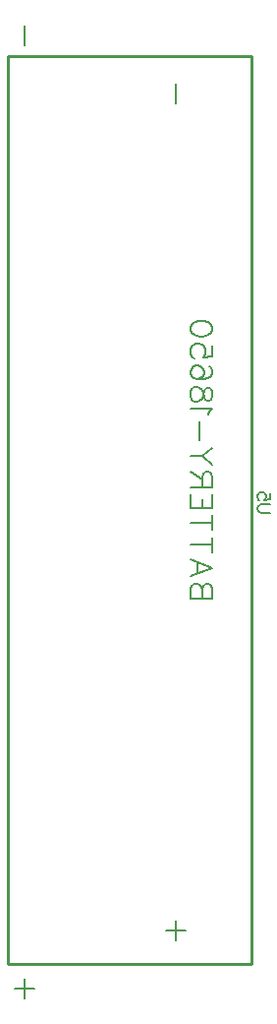
<source format=gbo>
G04 Layer: BottomSilkscreenLayer*
G04 EasyEDA v6.5.46, 2026-01-20 15:08:04*
G04 c055b5996b2b4ee9ab75fef97cfab9db,2531f63ba3b24be780b21f3747bff2ee,10*
G04 Gerber Generator version 0.2*
G04 Scale: 100 percent, Rotated: No, Reflected: No *
G04 Dimensions in millimeters *
G04 leading zeros omitted , absolute positions ,4 integer and 5 decimal *
%FSLAX45Y45*%
%MOMM*%

%ADD10C,0.1524*%
%ADD11C,0.2032*%
%ADD12C,0.2540*%

%LPD*%
D10*
X3303015Y-3949700D02*
G01*
X3225038Y-3949700D01*
X3209543Y-3944620D01*
X3199129Y-3934205D01*
X3194050Y-3918457D01*
X3194050Y-3908044D01*
X3199129Y-3892550D01*
X3209543Y-3882136D01*
X3225038Y-3877055D01*
X3303015Y-3877055D01*
X3303015Y-3780281D02*
G01*
X3303015Y-3832352D01*
X3256279Y-3837431D01*
X3261359Y-3832352D01*
X3266693Y-3816604D01*
X3266693Y-3801110D01*
X3261359Y-3785615D01*
X3251200Y-3775202D01*
X3235452Y-3769868D01*
X3225038Y-3769868D01*
X3209543Y-3775202D01*
X3199129Y-3785615D01*
X3194050Y-3801110D01*
X3194050Y-3816604D01*
X3199129Y-3832352D01*
X3204209Y-3837431D01*
X3214624Y-3842765D01*
D11*
X2572791Y-7541249D02*
G01*
X2406675Y-7541249D01*
X2489733Y-7624307D02*
G01*
X2489733Y-7457937D01*
X2489733Y-424291D02*
G01*
X2489733Y-257921D01*
X2808477Y-4686300D02*
G01*
X2614675Y-4686300D01*
X2808477Y-4686300D02*
G01*
X2808477Y-4603242D01*
X2799334Y-4575555D01*
X2790190Y-4566157D01*
X2771647Y-4557013D01*
X2753106Y-4557013D01*
X2734563Y-4566157D01*
X2725420Y-4575555D01*
X2716275Y-4603242D01*
X2716275Y-4686300D02*
G01*
X2716275Y-4603242D01*
X2706877Y-4575555D01*
X2697734Y-4566157D01*
X2679191Y-4557013D01*
X2651506Y-4557013D01*
X2632963Y-4566157D01*
X2623820Y-4575555D01*
X2614675Y-4603242D01*
X2614675Y-4686300D01*
X2808477Y-4422139D02*
G01*
X2614675Y-4496054D01*
X2808477Y-4422139D02*
G01*
X2614675Y-4348226D01*
X2679191Y-4468368D02*
G01*
X2679191Y-4375912D01*
X2808477Y-4222750D02*
G01*
X2614675Y-4222750D01*
X2808477Y-4287265D02*
G01*
X2808477Y-4157979D01*
X2808477Y-4032250D02*
G01*
X2614675Y-4032250D01*
X2808477Y-4097020D02*
G01*
X2808477Y-3967734D01*
X2808477Y-3906773D02*
G01*
X2614675Y-3906773D01*
X2808477Y-3906773D02*
G01*
X2808477Y-3786631D01*
X2716275Y-3906773D02*
G01*
X2716275Y-3832860D01*
X2614675Y-3906773D02*
G01*
X2614675Y-3786631D01*
X2808477Y-3725671D02*
G01*
X2614675Y-3725671D01*
X2808477Y-3725671D02*
G01*
X2808477Y-3642613D01*
X2799334Y-3614928D01*
X2790190Y-3605529D01*
X2771647Y-3596386D01*
X2753106Y-3596386D01*
X2734563Y-3605529D01*
X2725420Y-3614928D01*
X2716275Y-3642613D01*
X2716275Y-3725671D01*
X2716275Y-3661155D02*
G01*
X2614675Y-3596386D01*
X2808477Y-3535426D02*
G01*
X2716275Y-3461512D01*
X2614675Y-3461512D01*
X2808477Y-3387597D02*
G01*
X2716275Y-3461512D01*
X2697734Y-3326637D02*
G01*
X2697734Y-3160521D01*
X2771647Y-3099562D02*
G01*
X2780791Y-3081020D01*
X2808477Y-3053334D01*
X2614675Y-3053334D01*
X2808477Y-2946145D02*
G01*
X2799334Y-2973831D01*
X2780791Y-2983229D01*
X2762250Y-2983229D01*
X2743961Y-2973831D01*
X2734563Y-2955289D01*
X2725420Y-2918460D01*
X2716275Y-2890773D01*
X2697734Y-2872231D01*
X2679191Y-2863087D01*
X2651506Y-2863087D01*
X2632963Y-2872231D01*
X2623820Y-2881629D01*
X2614675Y-2909315D01*
X2614675Y-2946145D01*
X2623820Y-2973831D01*
X2632963Y-2983229D01*
X2651506Y-2992373D01*
X2679191Y-2992373D01*
X2697734Y-2983229D01*
X2716275Y-2964687D01*
X2725420Y-2937002D01*
X2734563Y-2899918D01*
X2743961Y-2881629D01*
X2762250Y-2872231D01*
X2780791Y-2872231D01*
X2799334Y-2881629D01*
X2808477Y-2909315D01*
X2808477Y-2946145D01*
X2780791Y-2691129D02*
G01*
X2799334Y-2700528D01*
X2808477Y-2728213D01*
X2808477Y-2746755D01*
X2799334Y-2774442D01*
X2771647Y-2792729D01*
X2725420Y-2802128D01*
X2679191Y-2802128D01*
X2642361Y-2792729D01*
X2623820Y-2774442D01*
X2614675Y-2746755D01*
X2614675Y-2737357D01*
X2623820Y-2709671D01*
X2642361Y-2691129D01*
X2670047Y-2681986D01*
X2679191Y-2681986D01*
X2706877Y-2691129D01*
X2725420Y-2709671D01*
X2734563Y-2737357D01*
X2734563Y-2746755D01*
X2725420Y-2774442D01*
X2706877Y-2792729D01*
X2679191Y-2802128D01*
X2808477Y-2510281D02*
G01*
X2808477Y-2602484D01*
X2725420Y-2611881D01*
X2734563Y-2602484D01*
X2743961Y-2574797D01*
X2743961Y-2547112D01*
X2734563Y-2519426D01*
X2716275Y-2500884D01*
X2688590Y-2491739D01*
X2670047Y-2491739D01*
X2642361Y-2500884D01*
X2623820Y-2519426D01*
X2614675Y-2547112D01*
X2614675Y-2574797D01*
X2623820Y-2602484D01*
X2632963Y-2611881D01*
X2651506Y-2621026D01*
X2808477Y-2375407D02*
G01*
X2799334Y-2403094D01*
X2771647Y-2421636D01*
X2725420Y-2430779D01*
X2697734Y-2430779D01*
X2651506Y-2421636D01*
X2623820Y-2403094D01*
X2614675Y-2375407D01*
X2614675Y-2356865D01*
X2623820Y-2329179D01*
X2651506Y-2310637D01*
X2697734Y-2301494D01*
X2725420Y-2301494D01*
X2771647Y-2310637D01*
X2799334Y-2329179D01*
X2808477Y-2356865D01*
X2808477Y-2375407D01*
X1272788Y-8041248D02*
G01*
X1106672Y-8041248D01*
X1189730Y-8124306D02*
G01*
X1189730Y-7957936D01*
X1189807Y75819D02*
G01*
X1189807Y241935D01*
D12*
X3145485Y-7824292D02*
G01*
X3145485Y-24282D01*
X1045489Y-24282D01*
X1045489Y-7824292D01*
X3145485Y-7824292D01*
M02*

</source>
